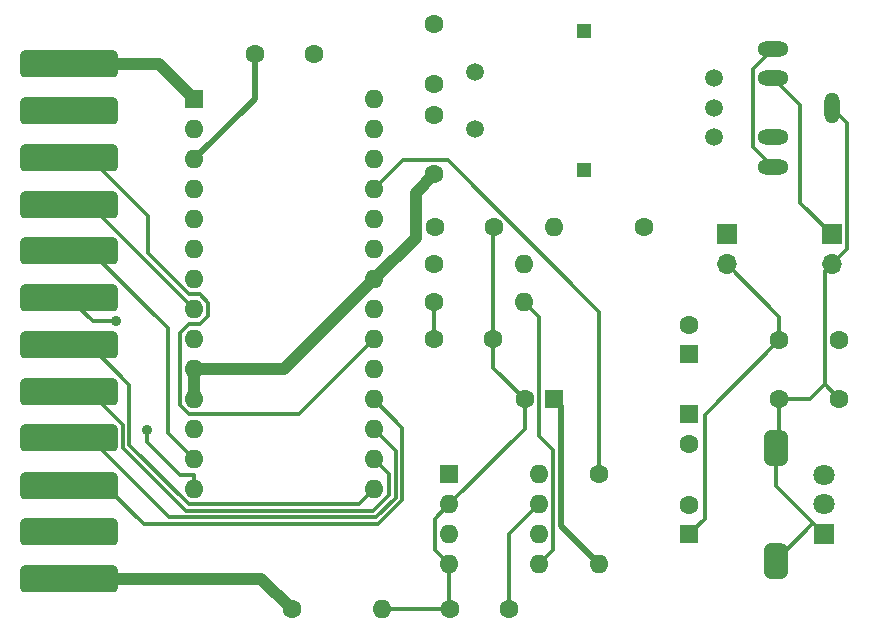
<source format=gbl>
%TF.GenerationSoftware,KiCad,Pcbnew,(6.0.4-0)*%
%TF.CreationDate,2022-09-19T22:18:13-04:00*%
%TF.ProjectId,VIC1214Reloaded-1.0-001,56494331-3231-4345-9265-6c6f61646564,rev?*%
%TF.SameCoordinates,Original*%
%TF.FileFunction,Copper,L2,Bot*%
%TF.FilePolarity,Positive*%
%FSLAX46Y46*%
G04 Gerber Fmt 4.6, Leading zero omitted, Abs format (unit mm)*
G04 Created by KiCad (PCBNEW (6.0.4-0)) date 2022-09-19 22:18:13*
%MOMM*%
%LPD*%
G01*
G04 APERTURE LIST*
G04 Aperture macros list*
%AMRoundRect*
0 Rectangle with rounded corners*
0 $1 Rounding radius*
0 $2 $3 $4 $5 $6 $7 $8 $9 X,Y pos of 4 corners*
0 Add a 4 corners polygon primitive as box body*
4,1,4,$2,$3,$4,$5,$6,$7,$8,$9,$2,$3,0*
0 Add four circle primitives for the rounded corners*
1,1,$1+$1,$2,$3*
1,1,$1+$1,$4,$5*
1,1,$1+$1,$6,$7*
1,1,$1+$1,$8,$9*
0 Add four rect primitives between the rounded corners*
20,1,$1+$1,$2,$3,$4,$5,0*
20,1,$1+$1,$4,$5,$6,$7,0*
20,1,$1+$1,$6,$7,$8,$9,0*
20,1,$1+$1,$8,$9,$2,$3,0*%
G04 Aperture macros list end*
%TA.AperFunction,ComponentPad*%
%ADD10C,1.600000*%
%TD*%
%TA.AperFunction,ComponentPad*%
%ADD11O,1.600000X1.600000*%
%TD*%
%TA.AperFunction,ComponentPad*%
%ADD12R,1.600000X1.600000*%
%TD*%
%TA.AperFunction,ComponentPad*%
%ADD13O,1.308000X2.616000*%
%TD*%
%TA.AperFunction,ComponentPad*%
%ADD14O,2.616000X1.308000*%
%TD*%
%TA.AperFunction,ComponentPad*%
%ADD15C,1.508000*%
%TD*%
%TA.AperFunction,ComponentPad*%
%ADD16R,1.800000X1.800000*%
%TD*%
%TA.AperFunction,ComponentPad*%
%ADD17C,1.800000*%
%TD*%
%TA.AperFunction,ComponentPad*%
%ADD18RoundRect,0.500000X0.500000X-1.000000X0.500000X1.000000X-0.500000X1.000000X-0.500000X-1.000000X0*%
%TD*%
%TA.AperFunction,ComponentPad*%
%ADD19R,1.700000X1.700000*%
%TD*%
%TA.AperFunction,ComponentPad*%
%ADD20O,1.700000X1.700000*%
%TD*%
%TA.AperFunction,SMDPad,CuDef*%
%ADD21RoundRect,0.342900X3.784600X-0.800100X3.784600X0.800100X-3.784600X0.800100X-3.784600X-0.800100X0*%
%TD*%
%TA.AperFunction,ComponentPad*%
%ADD22C,1.500000*%
%TD*%
%TA.AperFunction,ComponentPad*%
%ADD23R,1.200000X1.200000*%
%TD*%
%TA.AperFunction,ViaPad*%
%ADD24C,0.889000*%
%TD*%
%TA.AperFunction,Conductor*%
%ADD25C,0.300000*%
%TD*%
%TA.AperFunction,Conductor*%
%ADD26C,1.000000*%
%TD*%
%TA.AperFunction,Conductor*%
%ADD27C,0.508000*%
%TD*%
G04 APERTURE END LIST*
D10*
%TO.P,C108,1*%
%TO.N,VCC*%
X128270000Y-101640000D03*
%TO.P,C108,2*%
%TO.N,GNDA*%
X128270000Y-106640000D03*
%TD*%
%TO.P,C111,1*%
%TO.N,Net-(C111-Pad1)*%
X93980000Y-101600000D03*
%TO.P,C111,2*%
%TO.N,GNDA*%
X98980000Y-101600000D03*
%TD*%
%TO.P,R104,1*%
%TO.N,Net-(C111-Pad1)*%
X93980000Y-98425000D03*
D11*
%TO.P,R104,2*%
%TO.N,Net-(C112-Pad1)*%
X101600000Y-98425000D03*
%TD*%
D12*
%TO.P,U102,1,GND*%
%TO.N,GND*%
X73660000Y-81280000D03*
D11*
%TO.P,U102,2,~{RESET}*%
%TO.N,Net-(R101-Pad1)*%
X73660000Y-83820000D03*
%TO.P,U102,3,ROM_DIS*%
%TO.N,VCC*%
X73660000Y-86360000D03*
%TO.P,U102,4,C1*%
%TO.N,unconnected-(U102-Pad4)*%
X73660000Y-88900000D03*
%TO.P,U102,5,C2*%
%TO.N,unconnected-(U102-Pad5)*%
X73660000Y-91440000D03*
%TO.P,U102,6,C3*%
%TO.N,unconnected-(U102-Pad6)*%
X73660000Y-93980000D03*
%TO.P,U102,7,VCC*%
%TO.N,VCC*%
X73660000Y-96520000D03*
%TO.P,U102,8,SBY*%
%TO.N,PB6*%
X73660000Y-99060000D03*
%TO.P,U102,9,~{LRQ}*%
%TO.N,unconnected-(U102-Pad9)*%
X73660000Y-101600000D03*
%TO.P,U102,10,A8*%
%TO.N,GND*%
X73660000Y-104140000D03*
%TO.P,U102,11,A7*%
X73660000Y-106680000D03*
%TO.P,U102,12,SER_OUT*%
%TO.N,unconnected-(U102-Pad12)*%
X73660000Y-109220000D03*
%TO.P,U102,13,A6*%
%TO.N,PB5*%
X73660000Y-111760000D03*
%TO.P,U102,14,A5*%
%TO.N,PB4*%
X73660000Y-114300000D03*
%TO.P,U102,15,A4*%
%TO.N,PB3*%
X88900000Y-114300000D03*
%TO.P,U102,16,A3*%
%TO.N,PB2*%
X88900000Y-111760000D03*
%TO.P,U102,17,A2*%
%TO.N,PB1*%
X88900000Y-109220000D03*
%TO.P,U102,18,A1*%
%TO.N,PB0*%
X88900000Y-106680000D03*
%TO.P,U102,19,SE*%
%TO.N,VCC*%
X88900000Y-104140000D03*
%TO.P,U102,20,~{ALD}*%
%TO.N,PB7*%
X88900000Y-101600000D03*
%TO.P,U102,21,SER_IN*%
%TO.N,unconnected-(U102-Pad21)*%
X88900000Y-99060000D03*
%TO.P,U102,22,TEST*%
%TO.N,GND*%
X88900000Y-96520000D03*
%TO.P,U102,23,VD1*%
%TO.N,VCC*%
X88900000Y-93980000D03*
%TO.P,U102,24,DIG_OUT*%
%TO.N,Net-(JP101-Pad1)*%
X88900000Y-91440000D03*
%TO.P,U102,25,~{SBY_RESET}*%
%TO.N,Net-(R101-Pad1)*%
X88900000Y-88900000D03*
%TO.P,U102,26,ROMCLK*%
%TO.N,unconnected-(U102-Pad26)*%
X88900000Y-86360000D03*
%TO.P,U102,27,XTAL1*%
%TO.N,Net-(C103-Pad1)*%
X88900000Y-83820000D03*
%TO.P,U102,28,XTAL2*%
%TO.N,Net-(C102-Pad1)*%
X88900000Y-81280000D03*
%TD*%
D10*
%TO.P,R101,1*%
%TO.N,Net-(R101-Pad1)*%
X107950000Y-113030000D03*
D11*
%TO.P,R101,2*%
%TO.N,VCC*%
X107950000Y-120650000D03*
%TD*%
D13*
%TO.P,J101,1*%
%TO.N,GNDA*%
X127675000Y-81995000D03*
D14*
%TO.P,J101,2*%
%TO.N,Net-(C112-Pad2)*%
X122675000Y-76995000D03*
%TO.P,J101,3*%
X122675000Y-86995000D03*
D15*
%TO.P,J101,4*%
%TO.N,unconnected-(J101-Pad4)*%
X117675000Y-84495000D03*
%TO.P,J101,5*%
%TO.N,unconnected-(J101-Pad5)*%
X117675000Y-81995000D03*
%TO.P,J101,6*%
%TO.N,unconnected-(J101-Pad6)*%
X117675000Y-79495000D03*
D14*
%TO.P,J101,10*%
%TO.N,Net-(J101-Pad10)*%
X122675000Y-79495000D03*
%TO.P,J101,11*%
%TO.N,unconnected-(J101-Pad11)*%
X122675000Y-84495000D03*
%TD*%
D12*
%TO.P,C109,1*%
%TO.N,Net-(C109-Pad1)*%
X115570000Y-107950000D03*
D10*
%TO.P,C109,2*%
%TO.N,Net-(C109-Pad2)*%
X115570000Y-110450000D03*
%TD*%
D12*
%TO.P,U103,1,GAIN*%
%TO.N,Net-(C109-Pad1)*%
X95250000Y-113030000D03*
D11*
%TO.P,U103,2,-*%
%TO.N,GNDA*%
X95250000Y-115570000D03*
%TO.P,U103,3,+*%
%TO.N,Net-(U103-Pad3)*%
X95250000Y-118110000D03*
%TO.P,U103,4,GND*%
%TO.N,GNDA*%
X95250000Y-120650000D03*
%TO.P,U103,5*%
%TO.N,Net-(C112-Pad1)*%
X102870000Y-120650000D03*
%TO.P,U103,6,V+*%
%TO.N,VCC*%
X102870000Y-118110000D03*
%TO.P,U103,7,BYPASS*%
%TO.N,Net-(C110-Pad1)*%
X102870000Y-115570000D03*
%TO.P,U103,8,GAIN*%
%TO.N,Net-(C109-Pad2)*%
X102870000Y-113030000D03*
%TD*%
D16*
%TO.P,VR101,1,1*%
%TO.N,GNDA*%
X127000000Y-118070000D03*
D17*
%TO.P,VR101,2,2*%
%TO.N,Net-(U103-Pad3)*%
X127000000Y-115570000D03*
%TO.P,VR101,3,3*%
%TO.N,Net-(C107-Pad2)*%
X127000000Y-113070000D03*
D18*
%TO.P,VR101,MP,MountPin*%
%TO.N,GNDA*%
X122900000Y-110820000D03*
X122900000Y-120320000D03*
%TD*%
D10*
%TO.P,C103,1*%
%TO.N,Net-(C103-Pad1)*%
X93980000Y-82630000D03*
%TO.P,C103,2*%
%TO.N,GND*%
X93980000Y-87630000D03*
%TD*%
D12*
%TO.P,C107,1*%
%TO.N,Net-(C106-Pad1)*%
X115570000Y-118110000D03*
D10*
%TO.P,C107,2*%
%TO.N,Net-(C107-Pad2)*%
X115570000Y-115610000D03*
%TD*%
D19*
%TO.P,LS101,1,1*%
%TO.N,Net-(J101-Pad10)*%
X127635000Y-92710000D03*
D20*
%TO.P,LS101,2,2*%
%TO.N,GNDA*%
X127635000Y-95250000D03*
%TD*%
D12*
%TO.P,C112,1*%
%TO.N,Net-(C112-Pad1)*%
X115570000Y-102870000D03*
D10*
%TO.P,C112,2*%
%TO.N,Net-(C112-Pad2)*%
X115570000Y-100370000D03*
%TD*%
%TO.P,R102,1*%
%TO.N,Net-(JP101-Pad1)*%
X111760000Y-92075000D03*
D11*
%TO.P,R102,2*%
%TO.N,Net-(C104-Pad1)*%
X104140000Y-92075000D03*
%TD*%
D21*
%TO.P,U101,A*%
%TO.N,GND*%
X63100000Y-121876000D03*
%TO.P,U101,B*%
%TO.N,unconnected-(U101-PadB)*%
X63100000Y-117926000D03*
%TO.P,U101,C*%
%TO.N,PB0*%
X63100000Y-113976000D03*
%TO.P,U101,D*%
%TO.N,PB1*%
X63100000Y-109976000D03*
%TO.P,U101,E*%
%TO.N,PB2*%
X63100000Y-106026000D03*
%TO.P,U101,F*%
%TO.N,PB3*%
X63100000Y-102076000D03*
%TO.P,U101,H*%
%TO.N,PB4*%
X63100000Y-98076000D03*
%TO.P,U101,J*%
%TO.N,PB5*%
X63100000Y-94126000D03*
%TO.P,U101,K*%
%TO.N,PB6*%
X63100000Y-90176000D03*
%TO.P,U101,L*%
%TO.N,PB7*%
X63100000Y-86226000D03*
%TO.P,U101,M*%
%TO.N,unconnected-(U101-PadM)*%
X63100000Y-82276000D03*
%TO.P,U101,N*%
%TO.N,GND*%
X63100000Y-78276000D03*
%TD*%
D10*
%TO.P,C101,1*%
%TO.N,VCC*%
X78820000Y-77470000D03*
%TO.P,C101,2*%
%TO.N,GND*%
X83820000Y-77470000D03*
%TD*%
D19*
%TO.P,JP101,1,A*%
%TO.N,Net-(JP101-Pad1)*%
X118745000Y-92710000D03*
D20*
%TO.P,JP101,2,B*%
%TO.N,Net-(C106-Pad1)*%
X118745000Y-95250000D03*
%TD*%
D10*
%TO.P,C106,1*%
%TO.N,Net-(C106-Pad1)*%
X123190000Y-101640000D03*
%TO.P,C106,2*%
%TO.N,GNDA*%
X123190000Y-106640000D03*
%TD*%
%TO.P,C102,1*%
%TO.N,Net-(C102-Pad1)*%
X93980000Y-79930000D03*
%TO.P,C102,2*%
%TO.N,GND*%
X93980000Y-74930000D03*
%TD*%
D22*
%TO.P,Y101,1,1*%
%TO.N,Net-(C103-Pad1)*%
X97430000Y-83820000D03*
%TO.P,Y101,2,2*%
%TO.N,Net-(C102-Pad1)*%
X97430000Y-78920000D03*
D23*
%TO.P,Y101,3,3*%
%TO.N,GND*%
X106680000Y-75470000D03*
X106680000Y-87270000D03*
%TD*%
D10*
%TO.P,C104,1*%
%TO.N,Net-(C104-Pad1)*%
X94060000Y-92075000D03*
%TO.P,C104,2*%
%TO.N,GNDA*%
X99060000Y-92075000D03*
%TD*%
D12*
%TO.P,C105,1*%
%TO.N,VCC*%
X104140000Y-106680000D03*
D10*
%TO.P,C105,2*%
%TO.N,GNDA*%
X101640000Y-106680000D03*
%TD*%
%TO.P,LK101,1*%
%TO.N,GND*%
X81915000Y-124460000D03*
D11*
%TO.P,LK101,2*%
%TO.N,GNDA*%
X89535000Y-124460000D03*
%TD*%
D10*
%TO.P,C110,1*%
%TO.N,Net-(C110-Pad1)*%
X100330000Y-124460000D03*
%TO.P,C110,2*%
%TO.N,GNDA*%
X95330000Y-124460000D03*
%TD*%
%TO.P,R103,1*%
%TO.N,Net-(C104-Pad1)*%
X93980000Y-95250000D03*
D11*
%TO.P,R103,2*%
%TO.N,Net-(C106-Pad1)*%
X101600000Y-95250000D03*
%TD*%
D24*
%TO.N,PB4*%
X67017400Y-100076000D03*
X69645000Y-109269900D03*
%TD*%
D25*
%TO.N,GNDA*%
X126075000Y-117145000D02*
X122900000Y-113970000D01*
X128925000Y-83245000D02*
X127675000Y-81995000D01*
X123190000Y-106640000D02*
X125809000Y-106640000D01*
X95250000Y-115570000D02*
X101640000Y-109180000D01*
X98980000Y-104020000D02*
X98980000Y-101600000D01*
X127040000Y-105410000D02*
X127040000Y-95845300D01*
X101640000Y-106680000D02*
X98980000Y-104020000D01*
X123190000Y-106640000D02*
X123190000Y-110530000D01*
X126075000Y-117145000D02*
X127000000Y-118070000D01*
X122900000Y-113970000D02*
X122900000Y-110820000D01*
X125809000Y-106640000D02*
X127040000Y-105410000D01*
X99060000Y-92075000D02*
X98980000Y-92155000D01*
X128925000Y-93960000D02*
X128925000Y-83245000D01*
X122900000Y-120320000D02*
X126075000Y-117145000D01*
X101640000Y-109180000D02*
X101640000Y-106680000D01*
X95250000Y-120650000D02*
X94043400Y-119443000D01*
X95250000Y-124380000D02*
X95250000Y-120650000D01*
X127040000Y-95845300D02*
X127635000Y-95250000D01*
X89535000Y-124460000D02*
X95170000Y-124460000D01*
X94043400Y-119443000D02*
X94043400Y-116777000D01*
X94043400Y-116777000D02*
X95250000Y-115570000D01*
X95170000Y-124460000D02*
X95250000Y-124380000D01*
X95330000Y-124460000D02*
X95250000Y-124380000D01*
X123190000Y-110530000D02*
X122900000Y-110820000D01*
X128270000Y-106640000D02*
X127040000Y-105410000D01*
X127635000Y-95250000D02*
X128925000Y-93960000D01*
X98980000Y-92155000D02*
X98980000Y-101600000D01*
%TO.N,Net-(C110-Pad1)*%
X100330000Y-118110000D02*
X102870000Y-115570000D01*
X100330000Y-124460000D02*
X100330000Y-118110000D01*
%TO.N,Net-(C111-Pad1)*%
X93980000Y-98425000D02*
X93980000Y-101600000D01*
%TO.N,Net-(R101-Pad1)*%
X107950000Y-99240600D02*
X95135800Y-86426400D01*
X95135800Y-86426400D02*
X91373600Y-86426400D01*
X91373600Y-86426400D02*
X88900000Y-88900000D01*
X107950000Y-113030000D02*
X107950000Y-99240600D01*
%TO.N,Net-(C106-Pad1)*%
X116870000Y-116810000D02*
X115570000Y-118110000D01*
X118745000Y-95250000D02*
X123190000Y-99695000D01*
X123190000Y-101640000D02*
X116870000Y-107960000D01*
X116870000Y-107960000D02*
X116870000Y-116810000D01*
X123190000Y-99695000D02*
X123190000Y-101640000D01*
D26*
%TO.N,GND*%
X70656000Y-78276000D02*
X73660000Y-81280000D01*
X63100000Y-78276000D02*
X70656000Y-78276000D01*
X92429600Y-92990400D02*
X88900000Y-96520000D01*
X81280000Y-104140000D02*
X88900000Y-96520000D01*
X93980000Y-87630000D02*
X92429600Y-89180400D01*
X73660000Y-104140000D02*
X81280000Y-104140000D01*
X79331000Y-121876000D02*
X81915000Y-124460000D01*
X92429600Y-89180400D02*
X92429600Y-92990400D01*
X73660000Y-106680000D02*
X73660000Y-104140000D01*
X63100000Y-121876000D02*
X79331000Y-121876000D01*
D25*
%TO.N,PB0*%
X63100000Y-113976000D02*
X66122700Y-113976000D01*
X91281800Y-115206000D02*
X91281800Y-109062000D01*
X89252300Y-117236000D02*
X91281800Y-115206000D01*
X69382200Y-117236000D02*
X89252300Y-117236000D01*
X91281800Y-109062000D02*
X88900000Y-106680000D01*
X66122700Y-113976000D02*
X69382200Y-117236000D01*
%TO.N,PB1*%
X71494100Y-116670000D02*
X89038300Y-116670000D01*
X90709500Y-111030000D02*
X88900000Y-109220000D01*
X90709500Y-114999000D02*
X90709500Y-111030000D01*
X64800200Y-109976000D02*
X71494100Y-116670000D01*
X63100000Y-109976000D02*
X64800200Y-109976000D01*
X89038300Y-116670000D02*
X90709500Y-114999000D01*
%TO.N,PB2*%
X88811100Y-116119000D02*
X90159100Y-114771000D01*
X67629200Y-110777000D02*
X72971300Y-116119000D01*
X72971300Y-116119000D02*
X88811100Y-116119000D01*
X90159100Y-114771000D02*
X90159100Y-113019000D01*
X63100000Y-106026000D02*
X64815100Y-106026000D01*
X90159100Y-113019000D02*
X88900000Y-111760000D01*
X64815100Y-106026000D02*
X67629200Y-108840000D01*
X67629200Y-108840000D02*
X67629200Y-110777000D01*
%TO.N,PB3*%
X68179600Y-110549000D02*
X73199300Y-115568000D01*
X63100000Y-102076000D02*
X64822900Y-102076000D01*
X68179600Y-105433000D02*
X68179600Y-110549000D01*
X64822900Y-102076000D02*
X68179600Y-105433000D01*
X73199300Y-115568000D02*
X87631700Y-115568000D01*
X87631700Y-115568000D02*
X88900000Y-114300000D01*
%TO.N,PB4*%
X69645000Y-110284800D02*
X69645000Y-109269900D01*
X73660000Y-114300000D02*
X73660000Y-113100000D01*
X65100000Y-100076000D02*
X63100000Y-98076000D01*
X69685200Y-110325000D02*
X69685100Y-110325000D01*
X67017400Y-100076000D02*
X65100000Y-100076000D01*
X69685200Y-110325000D02*
X69645000Y-110284800D01*
X73660000Y-113100000D02*
X72459900Y-113100000D01*
X72459900Y-113100000D02*
X69685200Y-110325000D01*
%TO.N,PB5*%
X63100000Y-94126000D02*
X64877800Y-94126000D01*
X71423800Y-109524000D02*
X73660000Y-111760000D01*
X71423800Y-100672000D02*
X71423800Y-109524000D01*
X64877800Y-94126000D02*
X71423800Y-100672000D01*
%TO.N,PB6*%
X64808600Y-90176000D02*
X73660000Y-99027400D01*
X73660000Y-99027400D02*
X73660000Y-99060000D01*
X63100000Y-90176000D02*
X64808600Y-90176000D01*
%TO.N,PB7*%
X72444100Y-101076000D02*
X72444100Y-107174000D01*
X74130600Y-100330000D02*
X73190600Y-100330000D01*
X72444100Y-107174000D02*
X73219600Y-107950000D01*
X64803100Y-86226000D02*
X69760000Y-91182900D01*
X74860400Y-99600200D02*
X74130600Y-100330000D01*
X74148300Y-97790000D02*
X74860400Y-98502100D01*
X73219600Y-107950000D02*
X82550000Y-107950000D01*
X63100000Y-86226000D02*
X64803100Y-86226000D01*
X69760000Y-94317500D02*
X73232500Y-97790000D01*
X73232500Y-97790000D02*
X74148300Y-97790000D01*
X74860400Y-98502100D02*
X74860400Y-99600200D01*
X69760000Y-91182900D02*
X69760000Y-94317500D01*
X73190600Y-100330000D02*
X72444100Y-101076000D01*
X82550000Y-107950000D02*
X88900000Y-101600000D01*
D27*
%TO.N,VCC*%
X104725000Y-107265000D02*
X104725000Y-117425000D01*
X104140000Y-106680000D02*
X104725000Y-107265000D01*
X104725000Y-117425000D02*
X107950000Y-120650000D01*
X78820000Y-77470000D02*
X78820000Y-81200000D01*
X78820000Y-81200000D02*
X73660000Y-86360000D01*
D25*
%TO.N,Net-(J101-Pad10)*%
X124936000Y-90010700D02*
X124936000Y-81755700D01*
X127635000Y-92710000D02*
X124936000Y-90010700D01*
X124936000Y-81755700D02*
X122675000Y-79495000D01*
%TO.N,Net-(C112-Pad1)*%
X102866000Y-99690700D02*
X101600000Y-98425000D01*
X104070000Y-119450000D02*
X104070000Y-110986000D01*
X104070000Y-110986000D02*
X102866000Y-109781000D01*
X102870000Y-120650000D02*
X104070000Y-119450000D01*
X102866000Y-109781000D02*
X102866000Y-99690700D01*
%TO.N,Net-(C112-Pad2)*%
X122675000Y-86995000D02*
X120957000Y-85277100D01*
X120957000Y-85277100D02*
X120957000Y-78712900D01*
X120957000Y-78712900D02*
X122675000Y-76995000D01*
%TD*%
M02*

</source>
